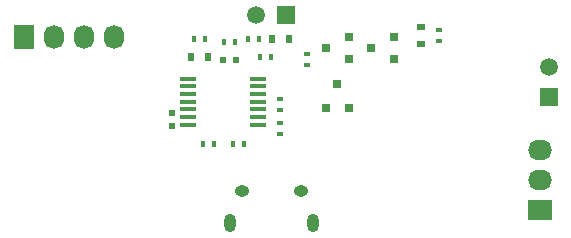
<source format=gbs>
G04 #@! TF.FileFunction,Soldermask,Bot*
%FSLAX46Y46*%
G04 Gerber Fmt 4.6, Leading zero omitted, Abs format (unit mm)*
G04 Created by KiCad (PCBNEW 4.0.2-stable) date Sun 10 Apr 2016 09:46:26 PM EDT*
%MOMM*%
G01*
G04 APERTURE LIST*
%ADD10C,0.150000*%
%ADD11R,1.727200X2.032000*%
%ADD12O,1.727200X2.032000*%
%ADD13R,1.500000X1.500000*%
%ADD14C,1.500000*%
%ADD15R,1.450000X0.450000*%
%ADD16R,2.032000X1.727200*%
%ADD17O,2.032000X1.727200*%
%ADD18R,0.600000X0.500000*%
%ADD19R,0.500000X0.600000*%
%ADD20O,1.250000X0.950000*%
%ADD21O,1.000000X1.550000*%
%ADD22R,0.800100X0.800100*%
%ADD23R,0.400000X0.600000*%
%ADD24R,0.600000X0.400000*%
%ADD25R,0.600000X0.700000*%
%ADD26R,0.700000X0.600000*%
G04 APERTURE END LIST*
D10*
D11*
X176657000Y-137033000D03*
D12*
X179197000Y-137033000D03*
X181737000Y-137033000D03*
X184277000Y-137033000D03*
D13*
X198882000Y-135128000D03*
D14*
X196342000Y-135128000D03*
D13*
X221107000Y-142113000D03*
D14*
X221107000Y-139573000D03*
D15*
X190598000Y-144444000D03*
X190598000Y-143794000D03*
X190598000Y-143144000D03*
X190598000Y-142494000D03*
X190598000Y-141844000D03*
X190598000Y-141194000D03*
X190598000Y-140544000D03*
X196498000Y-140544000D03*
X196498000Y-141194000D03*
X196498000Y-141844000D03*
X196498000Y-142494000D03*
X196498000Y-143144000D03*
X196498000Y-143794000D03*
X196498000Y-144444000D03*
D16*
X220357000Y-151638000D03*
D17*
X220357000Y-149098000D03*
X220357000Y-146558000D03*
D18*
X194606000Y-138938000D03*
X193506000Y-138938000D03*
D19*
X189230000Y-143468000D03*
X189230000Y-144568000D03*
D20*
X195111100Y-150075460D03*
X200111100Y-150075460D03*
D21*
X194111100Y-152775460D03*
X201111100Y-152775460D03*
D22*
X204150000Y-142986760D03*
X202250000Y-142986760D03*
X203200000Y-140987780D03*
X204200760Y-136972000D03*
X204200760Y-138872000D03*
X202201780Y-137922000D03*
X208010760Y-136972000D03*
X208010760Y-138872000D03*
X206011780Y-137922000D03*
D23*
X196538000Y-137160000D03*
X195638000Y-137160000D03*
X196654000Y-138684000D03*
X197554000Y-138684000D03*
D24*
X200660000Y-139388000D03*
X200660000Y-138488000D03*
X211836000Y-136456000D03*
X211836000Y-137356000D03*
D23*
X191066000Y-137160000D03*
X191966000Y-137160000D03*
X194506000Y-137414000D03*
X193606000Y-137414000D03*
X192728000Y-146050000D03*
X191828000Y-146050000D03*
D24*
X198374000Y-143198000D03*
X198374000Y-142298000D03*
D23*
X194368000Y-146050000D03*
X195268000Y-146050000D03*
D24*
X198374000Y-144330000D03*
X198374000Y-145230000D03*
D25*
X199074000Y-137160000D03*
X197674000Y-137160000D03*
X192216000Y-138684000D03*
X190816000Y-138684000D03*
D26*
X210312000Y-137606000D03*
X210312000Y-136206000D03*
M02*

</source>
